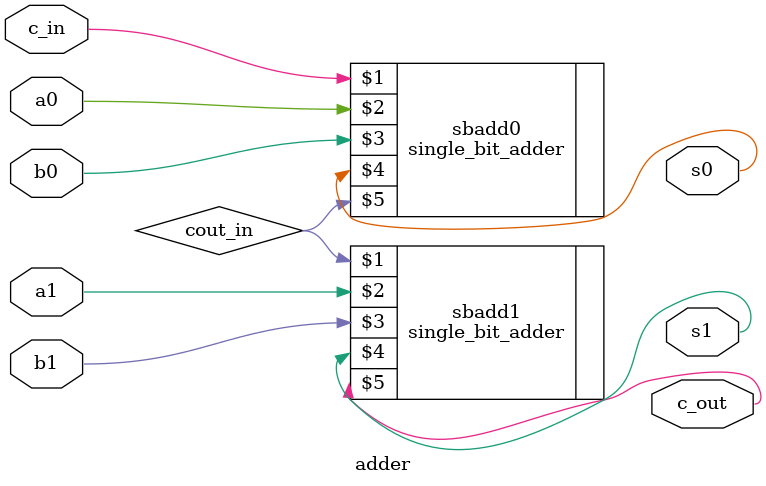
<source format=v>
`timescale 1ns / 1ns

// 2-bit adder using two 1-bit adders
module adder(
    input c_in, // carry-in
    input a0,   // a0 bit pair
    input a1,   // a1 bit pair
    input b0,   // b0 bit pair
    input b1,   // b1 bit pair
    output s0,  // s0 selector bit
    output s1,  // s1 selector bit
    output c_out // carry-out
);
    // initial carry-in
    wire cout_in;
    
    single_bit_adder sbadd0(c_in, a0, b0, s0, cout_in);     // 1-bit adder
    single_bit_adder sbadd1(cout_in, a1, b1, s1, c_out);    // 1-bit adder
   
endmodule

</source>
